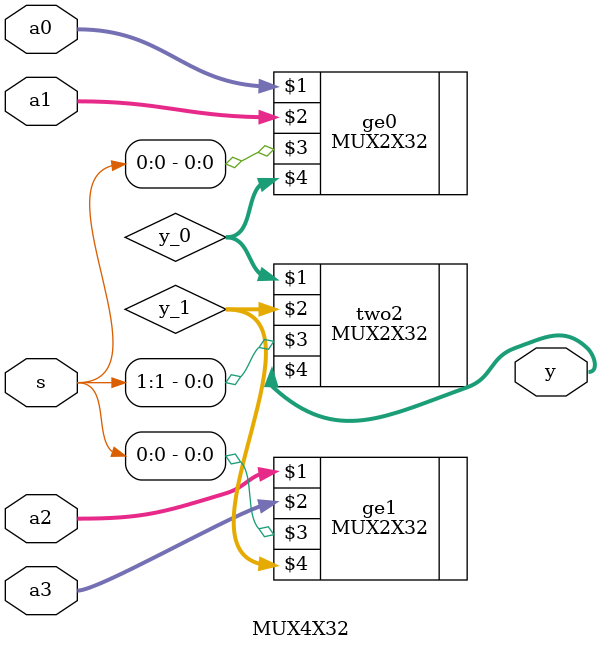
<source format=v>
`timescale 1ns / 1ps


module MUX4X32(a0,a1,a2,a3,s,y);
    input [31:0]a0,a1,a2,a3;
    input [1:0]s;
    output [31:0]y;
    wire [31:0]y_0,y_1;
    MUX2X32 ge0(a0,a1,s[0],y_0);
    MUX2X32 ge1(a2,a3,s[0],y_1);
    MUX2X32 two2(y_0,y_1,s[1],y);
endmodule
</source>
